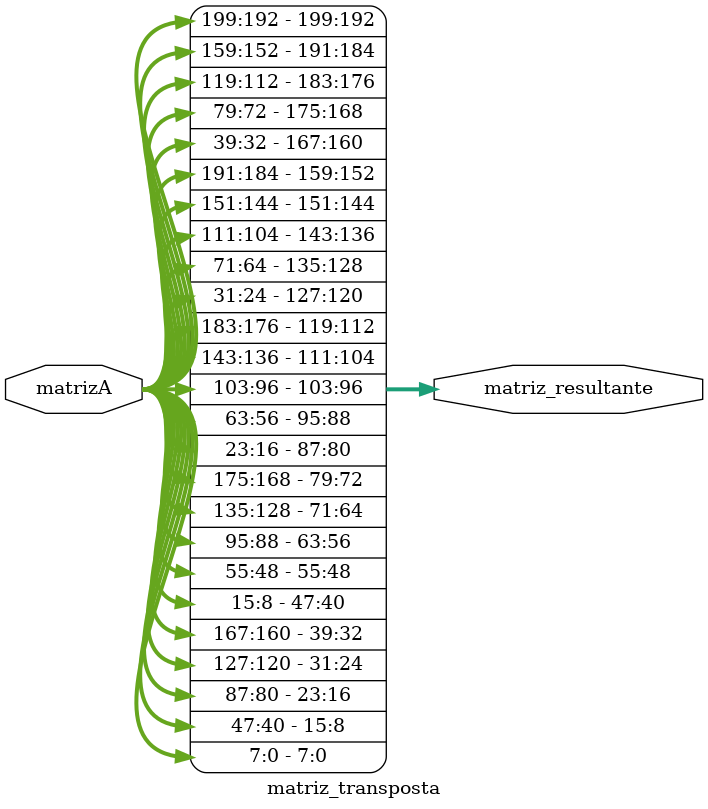
<source format=v>
module matriz_transposta(matrizA, matriz_resultante);
	input [199:0] matrizA; // Matriz original
	output wire [199:0] matriz_resultante; // Matriz transposta
	
	genvar i,j;

	generate
		for (j = 0; j < 5; j = j + 1) begin : linha
			for (i = 0; i < 5; i = i + 1) begin : coluna
				assign matriz_resultante[(8*i)+(40*j)+:8] = matrizA[(40*i)+(8*j) +:8]; 
			end
		end
	endgenerate

endmodule
</source>
